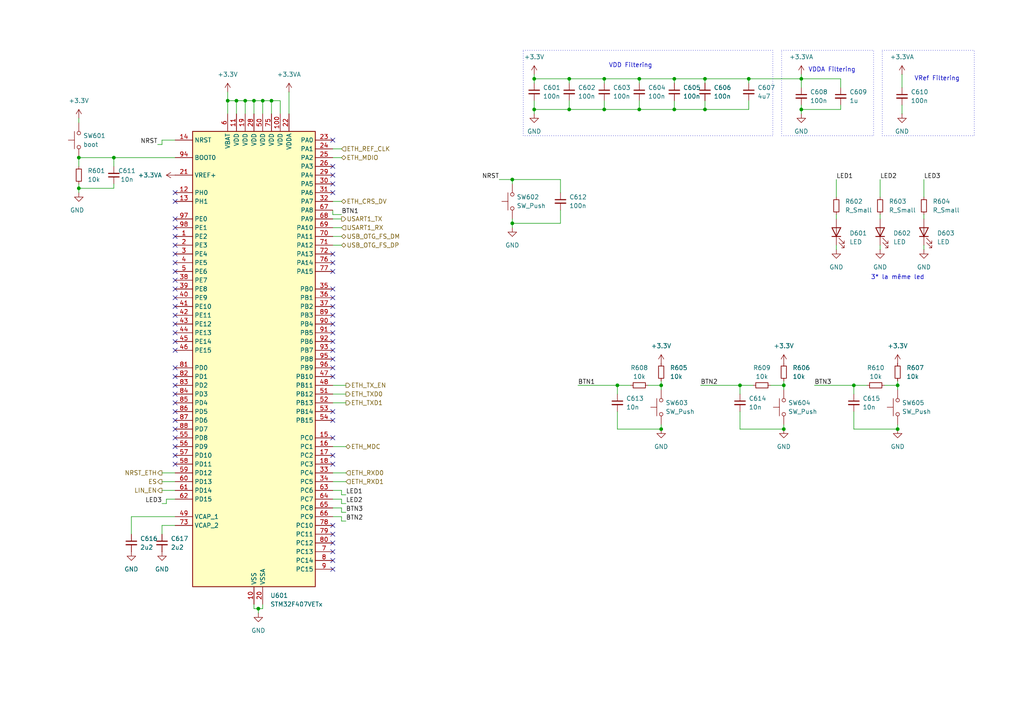
<source format=kicad_sch>
(kicad_sch (version 20231120) (generator "eeschema") (generator_version "8.0")
  (paper "A4")
  (lib_symbols
    (symbol "Device:C_Small" (pin_numbers hide) (pin_names (offset 0.254) hide)
      (property "Reference" "C" (at 0.254 1.778 0))
      (property "Value" "C_Small" (at 0.254 -2.032 0))
      (symbol "C_Small_0_1"
        (polyline (pts (xy -1.524 -0.508) (xy 1.524 -0.508)) (stroke (width 0.3302)))
        (polyline (pts (xy -1.524 0.508) (xy 1.524 0.508)) (stroke (width 0.3048)))
      )
      (symbol "C_Small_1_1"
        (pin passive line (at 0 2.54 270) (length 2.032) (name "~") (number "1"))
        (pin passive line (at 0 -2.54 90) (length 2.032) (name "~") (number "2"))
      )
    )
    (symbol "Device:LED" (pin_numbers hide) (pin_names (offset 1.016) hide)
      (property "Reference" "D" (at 0 2.54 0))
      (property "Value" "LED" (at 0 -2.54 0))
      (symbol "LED_0_1"
        (polyline (pts (xy -1.27 -1.27) (xy -1.27 1.27)) (stroke (width 0.254)))
        (polyline (pts (xy -1.27 0) (xy 1.27 0)))
        (polyline (pts (xy 1.27 -1.27) (xy 1.27 1.27) (xy -1.27 0) (xy 1.27 -1.27)) (stroke (width 0.254)))
        (polyline (pts (xy -3.048 -0.762) (xy -4.572 -2.286) (xy -3.81 -2.286) (xy -4.572 -2.286) (xy -4.572 -1.524)))
        (polyline (pts (xy -1.778 -0.762) (xy -3.302 -2.286) (xy -2.54 -2.286) (xy -3.302 -2.286) (xy -3.302 -1.524)))
      )
      (symbol "LED_1_1"
        (pin passive line (at -3.81 0 0) (length 2.54) (name "K") (number "1"))
        (pin passive line (at 3.81 0 180) (length 2.54) (name "A") (number "2"))
      )
    )
    (symbol "Device:R_Small" (pin_numbers hide) (pin_names (offset 0.254) hide)
      (property "Reference" "R" (at 0.762 0.508 0))
      (property "Value" "R_Small" (at 0.762 -1.016 0))
      (symbol "R_Small_0_1"
        (rectangle (start -0.762 1.778) (end 0.762 -1.778) (stroke (width 0.2032)))
      )
      (symbol "R_Small_1_1"
        (pin passive line (at 0 2.54 270) (length 0.762) (name "~") (number "1"))
        (pin passive line (at 0 -2.54 90) (length 0.762) (name "~") (number "2"))
      )
    )
    (symbol "MCU_ST_STM32F4:STM32F407VETx"
      (property "Reference" "U" (at -17.78 67.31 0))
      (property "Value" "STM32F407VETx" (at 12.7 67.31 0))
      (symbol "STM32F407VETx_0_1"
        (rectangle (start -17.78 -66.04) (end 17.78 66.04) (stroke (width 0.254)) (fill (type background)))
      )
      (symbol "STM32F407VETx_1_1"
        (pin bidirectional line (at -22.86 35.56 0) (length 5.08) (name "PE2") (number "1"))
        (pin power_in line (at 0 -71.12 90) (length 5.08) (name "VSS") (number "10"))
        (pin power_in line (at 7.62 71.12 270) (length 5.08) (name "VDD") (number "100"))
        (pin power_in line (at -5.08 71.12 270) (length 5.08) (name "VDD") (number "11"))
        (pin bidirectional line (at -22.86 48.26 0) (length 5.08) (name "PH0") (number "12"))
        (pin bidirectional line (at -22.86 45.72 0) (length 5.08) (name "PH1") (number "13"))
        (pin input line (at -22.86 63.5 0) (length 5.08) (name "NRST") (number "14"))
        (pin bidirectional line (at 22.86 -22.86 180) (length 5.08) (name "PC0") (number "15"))
        (pin bidirectional line (at 22.86 -25.4 180) (length 5.08) (name "PC1") (number "16"))
        (pin bidirectional line (at 22.86 -27.94 180) (length 5.08) (name "PC2") (number "17"))
        (pin bidirectional line (at 22.86 -30.48 180) (length 5.08) (name "PC3") (number "18"))
        (pin power_in line (at -2.54 71.12 270) (length 5.08) (name "VDD") (number "19"))
        (pin bidirectional line (at -22.86 33.02 0) (length 5.08) (name "PE3") (number "2"))
        (pin power_in line (at 2.54 -71.12 90) (length 5.08) (name "VSSA") (number "20"))
        (pin input line (at -22.86 53.34 0) (length 5.08) (name "VREF+") (number "21"))
        (pin power_in line (at 10.16 71.12 270) (length 5.08) (name "VDDA") (number "22"))
        (pin bidirectional line (at 22.86 63.5 180) (length 5.08) (name "PA0") (number "23"))
        (pin bidirectional line (at 22.86 60.96 180) (length 5.08) (name "PA1") (number "24"))
        (pin bidirectional line (at 22.86 58.42 180) (length 5.08) (name "PA2") (number "25"))
        (pin bidirectional line (at 22.86 55.88 180) (length 5.08) (name "PA3") (number "26"))
        (pin passive line (at 0 -71.12 90) (length 5.08) hide (name "VSS") (number "27"))
        (pin power_in line (at 0 71.12 270) (length 5.08) (name "VDD") (number "28"))
        (pin bidirectional line (at 22.86 53.34 180) (length 5.08) (name "PA4") (number "29"))
        (pin bidirectional line (at -22.86 30.48 0) (length 5.08) (name "PE4") (number "3"))
        (pin bidirectional line (at 22.86 50.8 180) (length 5.08) (name "PA5") (number "30"))
        (pin bidirectional line (at 22.86 48.26 180) (length 5.08) (name "PA6") (number "31"))
        (pin bidirectional line (at 22.86 45.72 180) (length 5.08) (name "PA7") (number "32"))
        (pin bidirectional line (at 22.86 -33.02 180) (length 5.08) (name "PC4") (number "33"))
        (pin bidirectional line (at 22.86 -35.56 180) (length 5.08) (name "PC5") (number "34"))
        (pin bidirectional line (at 22.86 20.32 180) (length 5.08) (name "PB0") (number "35"))
        (pin bidirectional line (at 22.86 17.78 180) (length 5.08) (name "PB1") (number "36"))
        (pin bidirectional line (at 22.86 15.24 180) (length 5.08) (name "PB2") (number "37"))
        (pin bidirectional line (at -22.86 22.86 0) (length 5.08) (name "PE7") (number "38"))
        (pin bidirectional line (at -22.86 20.32 0) (length 5.08) (name "PE8") (number "39"))
        (pin bidirectional line (at -22.86 27.94 0) (length 5.08) (name "PE5") (number "4"))
        (pin bidirectional line (at -22.86 17.78 0) (length 5.08) (name "PE9") (number "40"))
        (pin bidirectional line (at -22.86 15.24 0) (length 5.08) (name "PE10") (number "41"))
        (pin bidirectional line (at -22.86 12.7 0) (length 5.08) (name "PE11") (number "42"))
        (pin bidirectional line (at -22.86 10.16 0) (length 5.08) (name "PE12") (number "43"))
        (pin bidirectional line (at -22.86 7.62 0) (length 5.08) (name "PE13") (number "44"))
        (pin bidirectional line (at -22.86 5.08 0) (length 5.08) (name "PE14") (number "45"))
        (pin bidirectional line (at -22.86 2.54 0) (length 5.08) (name "PE15") (number "46"))
        (pin bidirectional line (at 22.86 -5.08 180) (length 5.08) (name "PB10") (number "47"))
        (pin bidirectional line (at 22.86 -7.62 180) (length 5.08) (name "PB11") (number "48"))
        (pin power_out line (at -22.86 -45.72 0) (length 5.08) (name "VCAP_1") (number "49"))
        (pin bidirectional line (at -22.86 25.4 0) (length 5.08) (name "PE6") (number "5"))
        (pin power_in line (at 2.54 71.12 270) (length 5.08) (name "VDD") (number "50"))
        (pin bidirectional line (at 22.86 -10.16 180) (length 5.08) (name "PB12") (number "51"))
        (pin bidirectional line (at 22.86 -12.7 180) (length 5.08) (name "PB13") (number "52"))
        (pin bidirectional line (at 22.86 -15.24 180) (length 5.08) (name "PB14") (number "53"))
        (pin bidirectional line (at 22.86 -17.78 180) (length 5.08) (name "PB15") (number "54"))
        (pin bidirectional line (at -22.86 -22.86 0) (length 5.08) (name "PD8") (number "55"))
        (pin bidirectional line (at -22.86 -25.4 0) (length 5.08) (name "PD9") (number "56"))
        (pin bidirectional line (at -22.86 -27.94 0) (length 5.08) (name "PD10") (number "57"))
        (pin bidirectional line (at -22.86 -30.48 0) (length 5.08) (name "PD11") (number "58"))
        (pin bidirectional line (at -22.86 -33.02 0) (length 5.08) (name "PD12") (number "59"))
        (pin power_in line (at -7.62 71.12 270) (length 5.08) (name "VBAT") (number "6"))
        (pin bidirectional line (at -22.86 -35.56 0) (length 5.08) (name "PD13") (number "60"))
        (pin bidirectional line (at -22.86 -38.1 0) (length 5.08) (name "PD14") (number "61"))
        (pin bidirectional line (at -22.86 -40.64 0) (length 5.08) (name "PD15") (number "62"))
        (pin bidirectional line (at 22.86 -38.1 180) (length 5.08) (name "PC6") (number "63"))
        (pin bidirectional line (at 22.86 -40.64 180) (length 5.08) (name "PC7") (number "64"))
        (pin bidirectional line (at 22.86 -43.18 180) (length 5.08) (name "PC8") (number "65"))
        (pin bidirectional line (at 22.86 -45.72 180) (length 5.08) (name "PC9") (number "66"))
        (pin bidirectional line (at 22.86 43.18 180) (length 5.08) (name "PA8") (number "67"))
        (pin bidirectional line (at 22.86 40.64 180) (length 5.08) (name "PA9") (number "68"))
        (pin bidirectional line (at 22.86 38.1 180) (length 5.08) (name "PA10") (number "69"))
        (pin bidirectional line (at 22.86 -55.88 180) (length 5.08) (name "PC13") (number "7"))
        (pin bidirectional line (at 22.86 35.56 180) (length 5.08) (name "PA11") (number "70"))
        (pin bidirectional line (at 22.86 33.02 180) (length 5.08) (name "PA12") (number "71"))
        (pin bidirectional line (at 22.86 30.48 180) (length 5.08) (name "PA13") (number "72"))
        (pin power_out line (at -22.86 -48.26 0) (length 5.08) (name "VCAP_2") (number "73"))
        (pin passive line (at 0 -71.12 90) (length 5.08) hide (name "VSS") (number "74"))
        (pin power_in line (at 5.08 71.12 270) (length 5.08) (name "VDD") (number "75"))
        (pin bidirectional line (at 22.86 27.94 180) (length 5.08) (name "PA14") (number "76"))
        (pin bidirectional line (at 22.86 25.4 180) (length 5.08) (name "PA15") (number "77"))
        (pin bidirectional line (at 22.86 -48.26 180) (length 5.08) (name "PC10") (number "78"))
        (pin bidirectional line (at 22.86 -50.8 180) (length 5.08) (name "PC11") (number "79"))
        (pin bidirectional line (at 22.86 -58.42 180) (length 5.08) (name "PC14") (number "8"))
        (pin bidirectional line (at 22.86 -53.34 180) (length 5.08) (name "PC12") (number "80"))
        (pin bidirectional line (at -22.86 -2.54 0) (length 5.08) (name "PD0") (number "81"))
        (pin bidirectional line (at -22.86 -5.08 0) (length 5.08) (name "PD1") (number "82"))
        (pin bidirectional line (at -22.86 -7.62 0) (length 5.08) (name "PD2") (number "83"))
        (pin bidirectional line (at -22.86 -10.16 0) (length 5.08) (name "PD3") (number "84"))
        (pin bidirectional line (at -22.86 -12.7 0) (length 5.08) (name "PD4") (number "85"))
        (pin bidirectional line (at -22.86 -15.24 0) (length 5.08) (name "PD5") (number "86"))
        (pin bidirectional line (at -22.86 -17.78 0) (length 5.08) (name "PD6") (number "87"))
        (pin bidirectional line (at -22.86 -20.32 0) (length 5.08) (name "PD7") (number "88"))
        (pin bidirectional line (at 22.86 12.7 180) (length 5.08) (name "PB3") (number "89"))
        (pin bidirectional line (at 22.86 -60.96 180) (length 5.08) (name "PC15") (number "9"))
        (pin bidirectional line (at 22.86 10.16 180) (length 5.08) (name "PB4") (number "90"))
        (pin bidirectional line (at 22.86 7.62 180) (length 5.08) (name "PB5") (number "91"))
        (pin bidirectional line (at 22.86 5.08 180) (length 5.08) (name "PB6") (number "92"))
        (pin bidirectional line (at 22.86 2.54 180) (length 5.08) (name "PB7") (number "93"))
        (pin input line (at -22.86 58.42 0) (length 5.08) (name "BOOT0") (number "94"))
        (pin bidirectional line (at 22.86 0 180) (length 5.08) (name "PB8") (number "95"))
        (pin bidirectional line (at 22.86 -2.54 180) (length 5.08) (name "PB9") (number "96"))
        (pin bidirectional line (at -22.86 40.64 0) (length 5.08) (name "PE0") (number "97"))
        (pin bidirectional line (at -22.86 38.1 0) (length 5.08) (name "PE1") (number "98"))
        (pin passive line (at 0 -71.12 90) (length 5.08) hide (name "VSS") (number "99"))
      )
    )
    (symbol "Switch:SW_Push" (pin_numbers hide) (pin_names (offset 1.016) hide)
      (property "Reference" "SW" (at 1.27 2.54 0))
      (property "Value" "SW_Push" (at 0 -1.524 0))
      (symbol "SW_Push_0_1"
        (circle (center -2.032 0) (radius 0.508))
        (polyline (pts (xy 0 1.27) (xy 0 3.048)))
        (polyline (pts (xy 2.54 1.27) (xy -2.54 1.27)))
        (circle (center 2.032 0) (radius 0.508))
        (pin passive line (at -5.08 0 0) (length 2.54) (name "1") (number "1"))
        (pin passive line (at 5.08 0 180) (length 2.54) (name "2") (number "2"))
      )
    )
    (symbol "power:+3.3V" (power) (pin_numbers hide) (pin_names (offset 0) hide)
      (property "Value" "+3.3V" (at 0 3.556 0))
      (symbol "+3.3V_0_1"
        (polyline (pts (xy -0.762 1.27) (xy 0 2.54)))
        (polyline (pts (xy 0 0) (xy 0 2.54)))
        (polyline (pts (xy 0 2.54) (xy 0.762 1.27)))
      )
      (symbol "+3.3V_1_1"
        (pin power_in line (at 0 0 90) (length 0) (name "~") (number "1"))
      )
    )
    (symbol "power:+3.3VA" (power) (pin_numbers hide) (pin_names (offset 0) hide)
      (property "Value" "+3.3VA" (at 0 3.556 0))
      (symbol "+3.3VA_0_1"
        (polyline (pts (xy -0.762 1.27) (xy 0 2.54)))
        (polyline (pts (xy 0 0) (xy 0 2.54)))
        (polyline (pts (xy 0 2.54) (xy 0.762 1.27)))
      )
      (symbol "+3.3VA_1_1"
        (pin power_in line (at 0 0 90) (length 0) (name "~") (number "1"))
      )
    )
    (symbol "power:GND" (power) (pin_numbers hide) (pin_names (offset 0) hide)
      (property "Value" "GND" (at 0 -3.81 0))
      (symbol "GND_0_1"
        (polyline (pts (xy 0 0) (xy 0 -1.27) (xy 1.27 -1.27) (xy 0 -2.54) (xy -1.27 -1.27) (xy 0 -1.27)))
      )
      (symbol "GND_1_1"
        (pin power_in line (at 0 0 270) (length 0) (name "~") (number "1"))
      )
    )
  )
  (junction (at 71.12 29.21))
  (junction (at 191.77 124.46))
  (junction (at 247.65 111.76))
  (junction (at 148.59 52.07))
  (junction (at 165.1 31.75))
  (junction (at 78.74 29.21))
  (junction (at 185.42 22.86))
  (junction (at 74.93 176.53))
  (junction (at 214.63 111.76))
  (junction (at 191.77 111.76))
  (junction (at 66.04 29.21))
  (junction (at 73.66 29.21))
  (junction (at 154.94 22.86))
  (junction (at 227.33 111.76))
  (junction (at 165.1 22.86))
  (junction (at 148.59 64.77))
  (junction (at 260.35 111.76))
  (junction (at 195.58 31.75))
  (junction (at 195.58 22.86))
  (junction (at 227.33 124.46))
  (junction (at 204.47 22.86))
  (junction (at 22.86 45.72))
  (junction (at 204.47 31.75))
  (junction (at 175.26 31.75))
  (junction (at 76.2 29.21))
  (junction (at 68.58 29.21))
  (junction (at 33.02 45.72))
  (junction (at 179.07 111.76))
  (junction (at 185.42 31.75))
  (junction (at 175.26 22.86))
  (junction (at 154.94 31.75))
  (junction (at 232.41 22.86))
  (junction (at 22.86 54.61))
  (junction (at 260.35 124.46))
  (junction (at 217.17 22.86))
  (junction (at 232.41 31.75))
  (no_connect (at 50.8 116.84))
  (no_connect (at 96.52 119.38))
  (no_connect (at 96.52 101.6))
  (no_connect (at 96.52 53.34))
  (no_connect (at 50.8 99.06))
  (no_connect (at 50.8 111.76))
  (no_connect (at 50.8 121.92))
  (no_connect (at 96.52 127))
  (no_connect (at 50.8 91.44))
  (no_connect (at 96.52 76.2))
  (no_connect (at 96.52 162.56))
  (no_connect (at 96.52 73.66))
  (no_connect (at 96.52 40.64))
  (no_connect (at 50.8 93.98))
  (no_connect (at 96.52 50.8))
  (no_connect (at 96.52 109.22))
  (no_connect (at 96.52 104.14))
  (no_connect (at 96.52 152.4))
  (no_connect (at 50.8 73.66))
  (no_connect (at 96.52 86.36))
  (no_connect (at 96.52 96.52))
  (no_connect (at 50.8 124.46))
  (no_connect (at 50.8 86.36))
  (no_connect (at 96.52 157.48))
  (no_connect (at 96.52 121.92))
  (no_connect (at 96.52 91.44))
  (no_connect (at 50.8 76.2))
  (no_connect (at 96.52 99.06))
  (no_connect (at 96.52 154.94))
  (no_connect (at 50.8 81.28))
  (no_connect (at 50.8 114.3))
  (no_connect (at 96.52 78.74))
  (no_connect (at 50.8 71.12))
  (no_connect (at 50.8 58.42))
  (no_connect (at 50.8 101.6))
  (no_connect (at 96.52 160.02))
  (no_connect (at 96.52 48.26))
  (no_connect (at 50.8 63.5))
  (no_connect (at 96.52 132.08))
  (no_connect (at 50.8 132.08))
  (no_connect (at 50.8 78.74))
  (no_connect (at 96.52 106.68))
  (no_connect (at 50.8 129.54))
  (no_connect (at 50.8 109.22))
  (no_connect (at 96.52 83.82))
  (no_connect (at 96.52 134.62))
  (no_connect (at 50.8 88.9))
  (no_connect (at 50.8 66.04))
  (no_connect (at 50.8 127))
  (no_connect (at 50.8 83.82))
  (no_connect (at 96.52 88.9))
  (no_connect (at 50.8 68.58))
  (no_connect (at 50.8 119.38))
  (no_connect (at 50.8 134.62))
  (no_connect (at 96.52 165.1))
  (no_connect (at 50.8 106.68))
  (no_connect (at 50.8 55.88))
  (no_connect (at 96.52 93.98))
  (no_connect (at 96.52 55.88))
  (no_connect (at 50.8 96.52))
  (wire (pts (xy 217.17 22.86) (xy 232.41 22.86)))
  (wire (pts (xy 165.1 31.75) (xy 175.26 31.75)))
  (wire (pts (xy 100.33 143.51) (xy 99.06 143.51)))
  (wire (pts (xy 182.88 111.76) (xy 179.07 111.76)))
  (wire (pts (xy 232.41 22.86) (xy 243.84 22.86)))
  (wire (pts (xy 46.99 142.24) (xy 50.8 142.24)))
  (wire (pts (xy 46.99 41.91) (xy 46.99 40.64)))
  (wire (pts (xy 232.41 31.75) (xy 243.84 31.75)))
  (wire (pts (xy 255.27 62.23) (xy 255.27 63.5)))
  (wire (pts (xy 179.07 124.46) (xy 191.77 124.46)))
  (wire (pts (xy 203.2 111.76) (xy 214.63 111.76)))
  (wire (pts (xy 33.02 45.72) (xy 33.02 48.26)))
  (wire (pts (xy 78.74 29.21) (xy 81.28 29.21)))
  (wire (pts (xy 242.57 62.23) (xy 242.57 63.5)))
  (wire (pts (xy 99.06 63.5) (xy 96.52 63.5)))
  (wire (pts (xy 71.12 33.02) (xy 71.12 29.21)))
  (wire (pts (xy 68.58 29.21) (xy 68.58 33.02)))
  (wire (pts (xy 165.1 22.86) (xy 154.94 22.86)))
  (wire (pts (xy 46.99 40.64) (xy 50.8 40.64)))
  (wire (pts (xy 162.56 60.96) (xy 162.56 64.77)))
  (wire (pts (xy 165.1 22.86) (xy 165.1 24.13)))
  (wire (pts (xy 236.22 111.76) (xy 247.65 111.76)))
  (wire (pts (xy 214.63 111.76) (xy 214.63 114.3)))
  (wire (pts (xy 167.64 111.76) (xy 179.07 111.76)))
  (wire (pts (xy 185.42 31.75) (xy 195.58 31.75)))
  (wire (pts (xy 261.62 21.59) (xy 261.62 25.4)))
  (wire (pts (xy 154.94 22.86) (xy 154.94 24.13)))
  (wire (pts (xy 179.07 119.38) (xy 179.07 124.46)))
  (wire (pts (xy 185.42 31.75) (xy 185.42 29.21)))
  (wire (pts (xy 227.33 110.49) (xy 227.33 111.76)))
  (wire (pts (xy 227.33 111.76) (xy 227.33 113.03)))
  (wire (pts (xy 144.78 52.07) (xy 148.59 52.07)))
  (wire (pts (xy 148.59 52.07) (xy 148.59 53.34)))
  (wire (pts (xy 99.06 143.51) (xy 99.06 142.24)))
  (wire (pts (xy 48.26 144.78) (xy 50.8 144.78)))
  (wire (pts (xy 260.35 110.49) (xy 260.35 111.76)))
  (wire (pts (xy 232.41 21.59) (xy 232.41 22.86)))
  (wire (pts (xy 99.06 144.78) (xy 96.52 144.78)))
  (wire (pts (xy 66.04 29.21) (xy 68.58 29.21)))
  (wire (pts (xy 78.74 29.21) (xy 78.74 33.02)))
  (wire (pts (xy 247.65 124.46) (xy 260.35 124.46)))
  (wire (pts (xy 218.44 111.76) (xy 214.63 111.76)))
  (wire (pts (xy 260.35 111.76) (xy 260.35 113.03)))
  (wire (pts (xy 191.77 111.76) (xy 191.77 113.03)))
  (wire (pts (xy 99.06 71.12) (xy 96.52 71.12)))
  (wire (pts (xy 232.41 22.86) (xy 232.41 25.4)))
  (wire (pts (xy 66.04 26.67) (xy 66.04 29.21)))
  (wire (pts (xy 195.58 22.86) (xy 185.42 22.86)))
  (wire (pts (xy 96.52 62.23) (xy 96.52 60.96)))
  (wire (pts (xy 22.86 54.61) (xy 22.86 55.88)))
  (wire (pts (xy 261.62 30.48) (xy 261.62 33.02)))
  (wire (pts (xy 74.93 176.53) (xy 76.2 176.53)))
  (wire (pts (xy 76.2 29.21) (xy 76.2 33.02)))
  (wire (pts (xy 243.84 31.75) (xy 243.84 30.48)))
  (wire (pts (xy 242.57 71.12) (xy 242.57 72.39)))
  (wire (pts (xy 83.82 26.67) (xy 83.82 33.02)))
  (wire (pts (xy 100.33 116.84) (xy 96.52 116.84)))
  (wire (pts (xy 22.86 53.34) (xy 22.86 54.61)))
  (wire (pts (xy 45.72 41.91) (xy 46.99 41.91)))
  (wire (pts (xy 71.12 29.21) (xy 68.58 29.21)))
  (wire (pts (xy 73.66 29.21) (xy 76.2 29.21)))
  (wire (pts (xy 33.02 54.61) (xy 33.02 53.34)))
  (wire (pts (xy 242.57 52.07) (xy 242.57 57.15)))
  (wire (pts (xy 217.17 22.86) (xy 217.17 24.13)))
  (wire (pts (xy 255.27 71.12) (xy 255.27 72.39)))
  (wire (pts (xy 100.33 151.13) (xy 99.06 151.13)))
  (wire (pts (xy 267.97 52.07) (xy 267.97 57.15)))
  (wire (pts (xy 217.17 31.75) (xy 204.47 31.75)))
  (wire (pts (xy 247.65 119.38) (xy 247.65 124.46)))
  (wire (pts (xy 38.1 154.94) (xy 38.1 149.86)))
  (wire (pts (xy 99.06 151.13) (xy 99.06 149.86)))
  (wire (pts (xy 179.07 111.76) (xy 179.07 114.3)))
  (wire (pts (xy 73.66 29.21) (xy 73.66 33.02)))
  (wire (pts (xy 251.46 111.76) (xy 247.65 111.76)))
  (wire (pts (xy 204.47 22.86) (xy 217.17 22.86)))
  (wire (pts (xy 99.06 43.18) (xy 96.52 43.18)))
  (wire (pts (xy 99.06 142.24) (xy 96.52 142.24)))
  (wire (pts (xy 46.99 137.16) (xy 50.8 137.16)))
  (wire (pts (xy 214.63 124.46) (xy 227.33 124.46)))
  (wire (pts (xy 204.47 31.75) (xy 204.47 29.21)))
  (wire (pts (xy 22.86 45.72) (xy 33.02 45.72)))
  (wire (pts (xy 175.26 22.86) (xy 165.1 22.86)))
  (wire (pts (xy 154.94 21.59) (xy 154.94 22.86)))
  (wire (pts (xy 148.59 63.5) (xy 148.59 64.77)))
  (wire (pts (xy 99.06 148.59) (xy 99.06 147.32)))
  (wire (pts (xy 243.84 22.86) (xy 243.84 25.4)))
  (wire (pts (xy 73.66 175.26) (xy 73.66 176.53)))
  (wire (pts (xy 267.97 71.12) (xy 267.97 72.39)))
  (wire (pts (xy 154.94 31.75) (xy 165.1 31.75)))
  (wire (pts (xy 100.33 148.59) (xy 99.06 148.59)))
  (wire (pts (xy 100.33 129.54) (xy 96.52 129.54)))
  (wire (pts (xy 22.86 48.26) (xy 22.86 45.72)))
  (wire (pts (xy 66.04 33.02) (xy 66.04 29.21)))
  (wire (pts (xy 99.06 66.04) (xy 96.52 66.04)))
  (wire (pts (xy 99.06 146.05) (xy 99.06 144.78)))
  (wire (pts (xy 38.1 149.86) (xy 50.8 149.86)))
  (wire (pts (xy 74.93 177.8) (xy 74.93 176.53)))
  (wire (pts (xy 204.47 22.86) (xy 195.58 22.86)))
  (wire (pts (xy 185.42 22.86) (xy 175.26 22.86)))
  (wire (pts (xy 99.06 45.72) (xy 96.52 45.72)))
  (wire (pts (xy 99.06 58.42) (xy 96.52 58.42)))
  (wire (pts (xy 267.97 62.23) (xy 267.97 63.5)))
  (wire (pts (xy 195.58 22.86) (xy 195.58 24.13)))
  (wire (pts (xy 76.2 29.21) (xy 78.74 29.21)))
  (wire (pts (xy 99.06 147.32) (xy 96.52 147.32)))
  (wire (pts (xy 99.06 68.58) (xy 96.52 68.58)))
  (wire (pts (xy 223.52 111.76) (xy 227.33 111.76)))
  (wire (pts (xy 46.99 154.94) (xy 46.99 152.4)))
  (wire (pts (xy 214.63 119.38) (xy 214.63 124.46)))
  (wire (pts (xy 22.86 34.29) (xy 22.86 35.56)))
  (wire (pts (xy 162.56 52.07) (xy 162.56 55.88)))
  (wire (pts (xy 33.02 54.61) (xy 22.86 54.61)))
  (wire (pts (xy 99.06 149.86) (xy 96.52 149.86)))
  (wire (pts (xy 33.02 45.72) (xy 50.8 45.72)))
  (wire (pts (xy 232.41 31.75) (xy 232.41 33.02)))
  (wire (pts (xy 232.41 30.48) (xy 232.41 31.75)))
  (wire (pts (xy 46.99 146.05) (xy 48.26 146.05)))
  (wire (pts (xy 256.54 111.76) (xy 260.35 111.76)))
  (wire (pts (xy 175.26 31.75) (xy 185.42 31.75)))
  (wire (pts (xy 100.33 139.7) (xy 96.52 139.7)))
  (wire (pts (xy 191.77 110.49) (xy 191.77 111.76)))
  (wire (pts (xy 100.33 111.76) (xy 96.52 111.76)))
  (wire (pts (xy 73.66 176.53) (xy 74.93 176.53)))
  (wire (pts (xy 217.17 29.21) (xy 217.17 31.75)))
  (wire (pts (xy 71.12 29.21) (xy 73.66 29.21)))
  (wire (pts (xy 175.26 31.75) (xy 175.26 29.21)))
  (wire (pts (xy 260.35 124.46) (xy 260.35 123.19)))
  (wire (pts (xy 100.33 137.16) (xy 96.52 137.16)))
  (wire (pts (xy 175.26 22.86) (xy 175.26 24.13)))
  (wire (pts (xy 81.28 29.21) (xy 81.28 33.02)))
  (wire (pts (xy 195.58 31.75) (xy 204.47 31.75)))
  (wire (pts (xy 148.59 64.77) (xy 148.59 66.04)))
  (wire (pts (xy 48.26 146.05) (xy 48.26 144.78)))
  (wire (pts (xy 154.94 33.02) (xy 154.94 31.75)))
  (wire (pts (xy 154.94 29.21) (xy 154.94 31.75)))
  (wire (pts (xy 204.47 22.86) (xy 204.47 24.13)))
  (wire (pts (xy 195.58 31.75) (xy 195.58 29.21)))
  (wire (pts (xy 187.96 111.76) (xy 191.77 111.76)))
  (wire (pts (xy 191.77 124.46) (xy 191.77 123.19)))
  (wire (pts (xy 227.33 124.46) (xy 227.33 123.19)))
  (wire (pts (xy 76.2 176.53) (xy 76.2 175.26)))
  (wire (pts (xy 165.1 31.75) (xy 165.1 29.21)))
  (wire (pts (xy 46.99 139.7) (xy 50.8 139.7)))
  (wire (pts (xy 148.59 64.77) (xy 162.56 64.77)))
  (wire (pts (xy 185.42 22.86) (xy 185.42 24.13)))
  (wire (pts (xy 247.65 111.76) (xy 247.65 114.3)))
  (wire (pts (xy 100.33 146.05) (xy 99.06 146.05)))
  (wire (pts (xy 255.27 52.07) (xy 255.27 57.15)))
  (wire (pts (xy 100.33 114.3) (xy 96.52 114.3)))
  (wire (pts (xy 148.59 52.07) (xy 162.56 52.07)))
  (wire (pts (xy 46.99 152.4) (xy 50.8 152.4)))
  (wire (pts (xy 99.06 62.23) (xy 96.52 62.23)))
  (rectangle (start 226.695 14.605) (end 253.365 39.37) (stroke (width 0) (type dot)))
  (rectangle (start 151.765 14.605) (end 224.155 39.37) (stroke (width 0) (type dot)))
  (rectangle (start 255.905 14.605) (end 282.575 39.37) (stroke (width 0) (type dot)))
  (text "VDDA Filtering" (at 241.3 20.32 0) (effects (font (size 1.27 1.27))))
  (text "VRef Filtering" (at 271.78 22.86 0) (effects (font (size 1.27 1.27))))
  (text "3* la même led" (at 260.35 80.518 0) (effects (font (size 1.27 1.27))))
  (text "VDD Filtering" (at 182.88 19.05 0) (effects (font (size 1.27 1.27))))
  (label "BTN3" (at 100.33 148.59 0))
  (label "LED1" (at 100.33 143.51 0))
  (label "BTN2" (at 100.33 151.13 0))
  (label "NRST" (at 144.78 52.07 180))
  (label "LED3" (at 267.97 52.07 0))
  (label "BTN2" (at 203.2 111.76 0))
  (label "BTN1" (at 167.64 111.76 0))
  (label "LED3" (at 46.99 146.05 180))
  (label "BTN1" (at 99.06 62.23 0))
  (label "LED1" (at 242.57 52.07 0))
  (label "LED2" (at 100.33 146.05 0))
  (label "LED2" (at 255.27 52.07 0))
  (label "NRST" (at 45.72 41.91 180))
  (label "BTN3" (at 236.22 111.76 0))
  (hierarchical_label "ES" (shape output) (at 46.99 139.7 180))
  (hierarchical_label "ETH_TXD0" (shape output) (at 100.33 114.3 0))
  (hierarchical_label "ETH_RXD0" (shape input) (at 100.33 137.16 0))
  (hierarchical_label "ETH_MDIO" (shape bidirectional) (at 99.06 45.72 0))
  (hierarchical_label "LIN_EN" (shape output) (at 46.99 142.24 180))
  (hierarchical_label "USB_OTG_FS_DM" (shape bidirectional) (at 99.06 68.58 0))
  (hierarchical_label "ETH_REF_CLK" (shape input) (at 99.06 43.18 0))
  (hierarchical_label "ETH_TX_EN" (shape output) (at 100.33 111.76 0))
  (hierarchical_label "USART1_RX" (shape input) (at 99.06 66.04 0))
  (hierarchical_label "ETH_TXD1" (shape output) (at 100.33 116.84 0))
  (hierarchical_label "USB_OTG_FS_DP" (shape bidirectional) (at 99.06 71.12 0))
  (hierarchical_label "USART1_TX" (shape output) (at 99.06 63.5 0))
  (hierarchical_label "ETH_CRS_DV" (shape bidirectional) (at 99.06 58.42 0))
  (hierarchical_label "NRST_ETH" (shape output) (at 46.99 137.16 180))
  (hierarchical_label "ETH_RXD1" (shape input) (at 100.33 139.7 0))
  (hierarchical_label "ETH_MDC" (shape bidirectional) (at 100.33 129.54 0))
  (symbol (lib_id "Device:R_Small") (at 227.33 107.95 0) (unit 1)
    (property "Reference" "R606" (at 229.87 106.6799 0) (effects (justify left)))
    (property "Value" "10k" (at 229.87 109.2199 0) (effects (justify left)))
    (property "Footprint" "Resistor_SMD:R_0402_1005Metric" (effects (hide yes)))
    (property "Description" "Resistor, small symbol" (effects (hide yes)))
  )
  (symbol (lib_id "power:+3.3V") (at 191.77 105.41 0) (unit 1)
    (property "Reference" "#PWR0616" (effects (hide yes)))
    (property "Value" "+3.3V" (at 191.77 100.33 0))
    (property "Description" "Power symbol creates a global label with name \"+3.3V\"" (effects (hide yes)))
  )
  (symbol (lib_id "power:GND") (at 227.33 124.46 0) (unit 1)
    (property "Reference" "#PWR0620" (effects (hide yes)))
    (property "Value" "GND" (at 227.33 129.54 0))
    (property "Description" "Power symbol creates a global label with name \"GND\" , ground" (effects (hide yes)))
  )
  (symbol (lib_id "power:GND") (at 261.62 33.02 0) (unit 1)
    (property "Reference" "#PWR0608" (effects (hide yes)))
    (property "Value" "GND" (at 261.62 38.1 0))
    (property "Description" "Power symbol creates a global label with name \"GND\" , ground" (effects (hide yes)))
  )
  (symbol (lib_id "Device:C_Small") (at 33.02 50.8 180) (unit 1)
    (property "Reference" "C611" (at 36.83 49.53 0))
    (property "Value" "10n" (at 36.83 52.07 0))
    (property "Footprint" "Capacitor_SMD:C_0402_1005Metric_Pad0.74x0.62mm_HandSolder" (effects (hide yes)))
    (property "Description" "Unpolarized capacitor, small symbol" (effects (hide yes)))
  )
  (symbol (lib_id "Device:LED") (at 242.57 67.31 90) (unit 1)
    (property "Reference" "D601" (at 246.38 67.6274 90) (effects (justify right)))
    (property "Value" "LED" (at 246.38 70.1674 90) (effects (justify right)))
    (property "Description" "Light emitting diode" (effects (hide yes)))
  )
  (symbol (lib_id "power:GND") (at 74.93 177.8 0) (unit 1)
    (property "Reference" "#PWR0624" (effects (hide yes)))
    (property "Value" "GND" (at 74.93 182.88 0))
    (property "Description" "Power symbol creates a global label with name \"GND\" , ground" (effects (hide yes)))
  )
  (symbol (lib_id "power:+3.3V") (at 227.33 105.41 0) (unit 1)
    (property "Reference" "#PWR0617" (effects (hide yes)))
    (property "Value" "+3.3V" (at 227.33 100.33 0))
    (property "Description" "Power symbol creates a global label with name \"+3.3V\"" (effects (hide yes)))
  )
  (symbol (lib_id "Device:C_Small") (at 243.84 27.94 0) (unit 1)
    (property "Reference" "C609" (at 246.38 26.6762 0) (effects (justify left)))
    (property "Value" "1u" (at 246.38 29.2162 0) (effects (justify left)))
    (property "Description" "Unpolarized capacitor, small symbol" (effects (hide yes)))
  )
  (symbol (lib_id "Device:R_Small") (at 220.98 111.76 90) (unit 1)
    (property "Reference" "R609" (at 220.98 106.68 90))
    (property "Value" "10k" (at 220.98 109.22 90))
    (property "Footprint" "Resistor_SMD:R_0402_1005Metric" (effects (hide yes)))
    (property "Description" "Resistor, small symbol" (effects (hide yes)))
  )
  (symbol (lib_id "Device:C_Small") (at 247.65 116.84 0) (unit 1)
    (property "Reference" "C615" (at 250.19 115.5762 0) (effects (justify left)))
    (property "Value" "10n" (at 250.19 118.1162 0) (effects (justify left)))
    (property "Footprint" "Resistor_SMD:R_0402_1005Metric" (effects (hide yes)))
    (property "Description" "Unpolarized capacitor, small symbol" (effects (hide yes)))
  )
  (symbol (lib_id "Device:C_Small") (at 162.56 58.42 0) (unit 1)
    (property "Reference" "C612" (at 165.1 57.1562 0) (effects (justify left)))
    (property "Value" "100n" (at 165.1 59.6962 0) (effects (justify left)))
    (property "Footprint" "Capacitor_SMD:C_0402_1005Metric" (effects (hide yes)))
    (property "Description" "Unpolarized capacitor, small symbol" (effects (hide yes)))
  )
  (symbol (lib_id "Switch:SW_Push") (at 260.35 118.11 90) (unit 1)
    (property "Reference" "SW605" (at 261.62 116.8399 90) (effects (justify right)))
    (property "Value" "SW_Push" (at 261.62 119.3799 90) (effects (justify right)))
    (property "Footprint" "Button_Switch_SMD:SW_Push_1P1T_NO_6x6mm_H9.5mm" (effects (hide yes)))
    (property "Description" "Push button switch, generic, two pins" (effects (hide yes)))
  )
  (symbol (lib_id "Device:C_Small") (at 214.63 116.84 0) (unit 1)
    (property "Reference" "C614" (at 217.17 115.5762 0) (effects (justify left)))
    (property "Value" "10n" (at 217.17 118.1162 0) (effects (justify left)))
    (property "Footprint" "Resistor_SMD:R_0402_1005Metric" (effects (hide yes)))
    (property "Description" "Unpolarized capacitor, small symbol" (effects (hide yes)))
  )
  (symbol (lib_id "power:GND") (at 148.59 66.04 0) (unit 1)
    (property "Reference" "#PWR0612" (effects (hide yes)))
    (property "Value" "GND" (at 148.59 71.12 0))
    (property "Description" "Power symbol creates a global label with name \"GND\" , ground" (effects (hide yes)))
  )
  (symbol (lib_id "power:GND") (at 242.57 72.39 0) (unit 1)
    (property "Reference" "#PWR0613" (effects (hide yes)))
    (property "Value" "GND" (at 242.57 77.47 0))
    (property "Description" "Power symbol creates a global label with name \"GND\" , ground" (effects (hide yes)))
  )
  (symbol (lib_id "Device:R_Small") (at 260.35 107.95 0) (unit 1)
    (property "Reference" "R607" (at 262.89 106.6799 0) (effects (justify left)))
    (property "Value" "10k" (at 262.89 109.2199 0) (effects (justify left)))
    (property "Footprint" "Resistor_SMD:R_0402_1005Metric" (effects (hide yes)))
    (property "Description" "Resistor, small symbol" (effects (hide yes)))
  )
  (symbol (lib_id "Switch:SW_Push") (at 227.33 118.11 90) (unit 1)
    (property "Reference" "SW604" (at 228.6 116.8399 90) (effects (justify right)))
    (property "Value" "SW_Push" (at 228.6 119.3799 90) (effects (justify right)))
    (property "Footprint" "Button_Switch_SMD:SW_Push_1P1T_NO_6x6mm_H9.5mm" (effects (hide yes)))
    (property "Description" "Push button switch, generic, two pins" (effects (hide yes)))
  )
  (symbol (lib_id "power:+3.3V") (at 154.94 21.59 0) (unit 1)
    (property "Reference" "#PWR0601" (effects (hide yes)))
    (property "Value" "+3.3V" (at 154.94 16.51 0))
    (property "Description" "Power symbol creates a global label with name \"+3.3V\"" (effects (hide yes)))
  )
  (symbol (lib_id "Device:C_Small") (at 46.99 157.48 0) (unit 1)
    (property "Reference" "C617" (at 49.53 156.2162 0) (effects (justify left)))
    (property "Value" "2u2" (at 49.53 158.7562 0) (effects (justify left)))
    (property "Description" "Unpolarized capacitor, small symbol" (effects (hide yes)))
  )
  (symbol (lib_id "power:+3.3VA") (at 232.41 21.59 0) (unit 1)
    (property "Reference" "#PWR0602" (effects (hide yes)))
    (property "Value" "+3.3VA" (at 232.41 16.51 0))
    (property "Description" "Power symbol creates a global label with name \"+3.3VA\"" (effects (hide yes)))
  )
  (symbol (lib_id "Device:C_Small") (at 165.1 26.67 0) (unit 1)
    (property "Reference" "C602" (at 167.64 25.4062 0) (effects (justify left)))
    (property "Value" "100n" (at 167.64 27.9462 0) (effects (justify left)))
    (property "Description" "Unpolarized capacitor, small symbol" (effects (hide yes)))
  )
  (symbol (lib_id "Device:C_Small") (at 175.26 26.67 0) (unit 1)
    (property "Reference" "C603" (at 177.8 25.4062 0) (effects (justify left)))
    (property "Value" "100n" (at 177.8 27.9462 0) (effects (justify left)))
    (property "Description" "Unpolarized capacitor, small symbol" (effects (hide yes)))
  )
  (symbol (lib_id "Device:R_Small") (at 254 111.76 90) (unit 1)
    (property "Reference" "R610" (at 254 106.68 90))
    (property "Value" "10k" (at 254 109.22 90))
    (property "Footprint" "Resistor_SMD:R_0402_1005Metric" (effects (hide yes)))
    (property "Description" "Resistor, small symbol" (effects (hide yes)))
  )
  (symbol (lib_id "Switch:SW_Push") (at 22.86 40.64 90) (unit 1)
    (property "Reference" "SW601" (at 24.13 39.3699 90) (effects (justify right)))
    (property "Value" "boot" (at 24.13 41.9099 90) (effects (justify right)))
    (property "Footprint" "SW_KXT3:SW_KXT3" (effects (hide yes)))
    (property "Description" "Push button switch, generic, two pins" (effects (hide yes)))
  )
  (symbol (lib_id "power:+3.3V") (at 22.86 34.29 0) (unit 1)
    (property "Reference" "#PWR0609" (effects (hide yes)))
    (property "Value" "+3.3V" (at 22.86 29.21 0))
    (property "Description" "Power symbol creates a global label with name \"+3.3V\"" (effects (hide yes)))
  )
  (symbol (lib_id "power:GND") (at 255.27 72.39 0) (unit 1)
    (property "Reference" "#PWR0614" (effects (hide yes)))
    (property "Value" "GND" (at 255.27 77.47 0))
    (property "Description" "Power symbol creates a global label with name \"GND\" , ground" (effects (hide yes)))
  )
  (symbol (lib_id "power:GND") (at 191.77 124.46 0) (unit 1)
    (property "Reference" "#PWR0619" (effects (hide yes)))
    (property "Value" "GND" (at 191.77 129.54 0))
    (property "Description" "Power symbol creates a global label with name \"GND\" , ground" (effects (hide yes)))
  )
  (symbol (lib_id "MCU_ST_STM32F4:STM32F407VETx") (at 73.66 104.14 0) (unit 1)
    (property "Reference" "U601" (at 78.3941 172.72 0) (effects (justify left)))
    (property "Value" "STM32F407VETx" (at 78.3941 175.26 0) (effects (justify left)))
    (property "Footprint" "Package_QFP:LQFP-100_14x14mm_P0.5mm" (effects (hide yes)))
    (property "Datasheet" "https://www.st.com/resource/en/datasheet/stm32f407ve.pdf" (effects (hide yes)))
    (property "Description" "STMicroelectronics Arm Cortex-M4 MCU, 512KB flash, 192KB RAM, 168 MHz, 1.8-3.6V, 82 GPIO, LQFP100" (effects (hide yes)))
  )
  (symbol (lib_id "power:GND") (at 260.35 124.46 0) (unit 1)
    (property "Reference" "#PWR0621" (effects (hide yes)))
    (property "Value" "GND" (at 260.35 129.54 0))
    (property "Description" "Power symbol creates a global label with name \"GND\" , ground" (effects (hide yes)))
  )
  (symbol (lib_id "power:+3.3VA") (at 83.82 26.67 0) (unit 1)
    (property "Reference" "#PWR0605" (effects (hide yes)))
    (property "Value" "+3.3VA" (at 83.82 21.59 0))
    (property "Description" "Power symbol creates a global label with name \"+3.3VA\"" (effects (hide yes)))
  )
  (symbol (lib_id "Device:C_Small") (at 195.58 26.67 0) (unit 1)
    (property "Reference" "C605" (at 198.12 25.4062 0) (effects (justify left)))
    (property "Value" "100n" (at 198.12 27.9462 0) (effects (justify left)))
    (property "Description" "Unpolarized capacitor, small symbol" (effects (hide yes)))
  )
  (symbol (lib_id "Device:R_Small") (at 242.57 59.69 0) (unit 1)
    (property "Reference" "R602" (at 245.11 58.4199 0) (effects (justify left)))
    (property "Value" "R_Small" (at 245.11 60.9599 0) (effects (justify left)))
    (property "Description" "Resistor, small symbol" (effects (hide yes)))
  )
  (symbol (lib_id "Device:R_Small") (at 255.27 59.69 0) (unit 1)
    (property "Reference" "R603" (at 257.81 58.4199 0) (effects (justify left)))
    (property "Value" "R_Small" (at 257.81 60.9599 0) (effects (justify left)))
    (property "Description" "Resistor, small symbol" (effects (hide yes)))
  )
  (symbol (lib_id "power:+3.3V") (at 66.04 26.67 0) (unit 1)
    (property "Reference" "#PWR0604" (effects (hide yes)))
    (property "Value" "+3.3V" (at 66.04 21.59 0))
    (property "Description" "Power symbol creates a global label with name \"+3.3V\"" (effects (hide yes)))
  )
  (symbol (lib_id "power:GND") (at 232.41 33.02 0) (unit 1)
    (property "Reference" "#PWR0607" (effects (hide yes)))
    (property "Value" "GND" (at 232.41 38.1 0))
    (property "Description" "Power symbol creates a global label with name \"GND\" , ground" (effects (hide yes)))
  )
  (symbol (lib_id "power:+3.3V") (at 260.35 105.41 0) (unit 1)
    (property "Reference" "#PWR0618" (effects (hide yes)))
    (property "Value" "+3.3V" (at 260.35 100.33 0))
    (property "Description" "Power symbol creates a global label with name \"+3.3V\"" (effects (hide yes)))
  )
  (symbol (lib_id "Device:C_Small") (at 154.94 26.67 0) (unit 1)
    (property "Reference" "C601" (at 157.48 25.4062 0) (effects (justify left)))
    (property "Value" "100n" (at 157.48 27.9462 0) (effects (justify left)))
    (property "Description" "Unpolarized capacitor, small symbol" (effects (hide yes)))
  )
  (symbol (lib_id "Device:C_Small") (at 217.17 26.67 0) (unit 1)
    (property "Reference" "C607" (at 219.71 25.4062 0) (effects (justify left)))
    (property "Value" "4u7" (at 219.71 27.9462 0) (effects (justify left)))
    (property "Description" "Unpolarized capacitor, small symbol" (effects (hide yes)))
    (property "Matériau" "Céramique" (effects (hide yes)))
  )
  (symbol (lib_id "power:GND") (at 22.86 55.88 0) (unit 1)
    (property "Reference" "#PWR0611" (effects (hide yes)))
    (property "Value" "GND" (at 20.32 60.96 0) (effects (justify left)))
    (property "Description" "Power symbol creates a global label with name \"GND\" , ground" (effects (hide yes)))
  )
  (symbol (lib_id "Device:C_Small") (at 179.07 116.84 0) (unit 1)
    (property "Reference" "C613" (at 181.61 115.5762 0) (effects (justify left)))
    (property "Value" "10n" (at 181.61 118.1162 0) (effects (justify left)))
    (property "Footprint" "Resistor_SMD:R_0402_1005Metric" (effects (hide yes)))
    (property "Description" "Unpolarized capacitor, small symbol" (effects (hide yes)))
  )
  (symbol (lib_id "Switch:SW_Push") (at 148.59 58.42 90) (unit 1)
    (property "Reference" "SW602" (at 149.86 57.1499 90) (effects (justify right)))
    (property "Value" "SW_Push" (at 149.86 59.6899 90) (effects (justify right)))
    (property "Footprint" "Button_Switch_SMD:SW_Push_1P1T_NO_6x6mm_H9.5mm" (effects (hide yes)))
    (property "Description" "Push button switch, generic, two pins" (effects (hide yes)))
  )
  (symbol (lib_id "power:+3.3VA") (at 261.62 21.59 0) (unit 1)
    (property "Reference" "#PWR0603" (effects (hide yes)))
    (property "Value" "+3.3VA" (at 261.62 16.51 0))
    (property "Description" "Power symbol creates a global label with name \"+3.3VA\"" (effects (hide yes)))
  )
  (symbol (lib_id "Device:LED") (at 255.27 67.31 90) (unit 1)
    (property "Reference" "D602" (at 259.08 67.6274 90) (effects (justify right)))
    (property "Value" "LED" (at 259.08 70.1674 90) (effects (justify right)))
    (property "Description" "Light emitting diode" (effects (hide yes)))
  )
  (symbol (lib_id "Device:R_Small") (at 185.42 111.76 90) (unit 1)
    (property "Reference" "R608" (at 185.42 106.68 90))
    (property "Value" "10k" (at 185.42 109.22 90))
    (property "Footprint" "Resistor_SMD:R_0402_1005Metric" (effects (hide yes)))
    (property "Description" "Resistor, small symbol" (effects (hide yes)))
  )
  (symbol (lib_id "Device:C_Small") (at 261.62 27.94 0) (unit 1)
    (property "Reference" "C610" (at 264.16 26.6762 0) (effects (justify left)))
    (property "Value" "100n" (at 264.16 29.2162 0) (effects (justify left)))
    (property "Description" "Unpolarized capacitor, small symbol" (effects (hide yes)))
  )
  (symbol (lib_id "power:GND") (at 38.1 160.02 0) (unit 1)
    (property "Reference" "#PWR0622" (effects (hide yes)))
    (property "Value" "GND" (at 38.1 165.1 0))
    (property "Description" "Power symbol creates a global label with name \"GND\" , ground" (effects (hide yes)))
  )
  (symbol (lib_id "Switch:SW_Push") (at 191.77 118.11 90) (unit 1)
    (property "Reference" "SW603" (at 193.04 116.8399 90) (effects (justify right)))
    (property "Value" "SW_Push" (at 193.04 119.3799 90) (effects (justify right)))
    (property "Footprint" "Button_Switch_SMD:SW_Push_1P1T_NO_6x6mm_H9.5mm" (effects (hide yes)))
    (property "Description" "Push button switch, generic, two pins" (effects (hide yes)))
  )
  (symbol (lib_id "Device:LED") (at 267.97 67.31 90) (unit 1)
    (property "Reference" "D603" (at 271.78 67.6274 90) (effects (justify right)))
    (property "Value" "LED" (at 271.78 70.1674 90) (effects (justify right)))
    (property "Description" "Light emitting diode" (effects (hide yes)))
  )
  (symbol (lib_id "Device:C_Small") (at 204.47 26.67 0) (unit 1)
    (property "Reference" "C606" (at 207.01 25.4062 0) (effects (justify left)))
    (property "Value" "100n" (at 207.01 27.9462 0) (effects (justify left)))
    (property "Description" "Unpolarized capacitor, small symbol" (effects (hide yes)))
  )
  (symbol (lib_id "Device:R_Small") (at 22.86 50.8 0) (unit 1)
    (property "Reference" "R601" (at 25.4 49.5299 0) (effects (justify left)))
    (property "Value" "10k" (at 25.4 52.0699 0) (effects (justify left)))
    (property "Footprint" "Resistor_SMD:R_0402_1005Metric_Pad0.72x0.64mm_HandSolder" (effects (hide yes)))
    (property "Description" "Resistor, small symbol" (effects (hide yes)))
  )
  (symbol (lib_id "Device:C_Small") (at 232.41 27.94 0) (unit 1)
    (property "Reference" "C608" (at 234.95 26.6762 0) (effects (justify left)))
    (property "Value" "100n" (at 234.95 29.2162 0) (effects (justify left)))
    (property "Description" "Unpolarized capacitor, small symbol" (effects (hide yes)))
  )
  (symbol (lib_id "power:GND") (at 154.94 33.02 0) (unit 1)
    (property "Reference" "#PWR0606" (effects (hide yes)))
    (property "Value" "GND" (at 154.94 38.1 0))
    (property "Description" "Power symbol creates a global label with name \"GND\" , ground" (effects (hide yes)))
  )
  (symbol (lib_id "Device:C_Small") (at 185.42 26.67 0) (unit 1)
    (property "Reference" "C604" (at 187.96 25.4062 0) (effects (justify left)))
    (property "Value" "100n" (at 187.96 27.9462 0) (effects (justify left)))
    (property "Description" "Unpolarized capacitor, small symbol" (effects (hide yes)))
  )
  (symbol (lib_id "Device:C_Small") (at 38.1 157.48 0) (unit 1)
    (property "Reference" "C616" (at 40.64 156.2162 0) (effects (justify left)))
    (property "Value" "2u2" (at 40.64 158.7562 0) (effects (justify left)))
    (property "Description" "Unpolarized capacitor, small symbol" (effects (hide yes)))
  )
  (symbol (lib_id "power:GND") (at 46.99 160.02 0) (unit 1)
    (property "Reference" "#PWR0623" (effects (hide yes)))
    (property "Value" "GND" (at 46.99 165.1 0))
    (property "Description" "Power symbol creates a global label with name \"GND\" , ground" (effects (hide yes)))
  )
  (symbol (lib_id "Device:R_Small") (at 267.97 59.69 0) (unit 1)
    (property "Reference" "R604" (at 270.51 58.4199 0) (effects (justify left)))
    (property "Value" "R_Small" (at 270.51 60.9599 0) (effects (justify left)))
    (property "Description" "Resistor, small symbol" (effects (hide yes)))
  )
  (symbol (lib_id "power:+3.3VA") (at 50.8 50.8 90) (unit 1)
    (property "Reference" "#PWR0610" (effects (hide yes)))
    (property "Value" "+3.3VA" (at 46.99 50.7999 90) (effects (justify left)))
    (property "Description" "Power symbol creates a global label with name \"+3.3VA\"" (effects (hide yes)))
  )
  (symbol (lib_id "Device:R_Small") (at 191.77 107.95 0) (unit 1)
    (property "Reference" "R605" (at 194.31 106.6799 0) (effects (justify left)))
    (property "Value" "10k" (at 194.31 109.2199 0) (effects (justify left)))
    (property "Footprint" "Resistor_SMD:R_0402_1005Metric" (effects (hide yes)))
    (property "Description" "Resistor, small symbol" (effects (hide yes)))
  )
  (symbol (lib_id "power:GND") (at 267.97 72.39 0) (unit 1)
    (property "Reference" "#PWR0615" (effects (hide yes)))
    (property "Value" "GND" (at 267.97 77.47 0))
    (property "Description" "Power symbol creates a global label with name \"GND\" , ground" (effects (hide yes)))
  )
)
</source>
